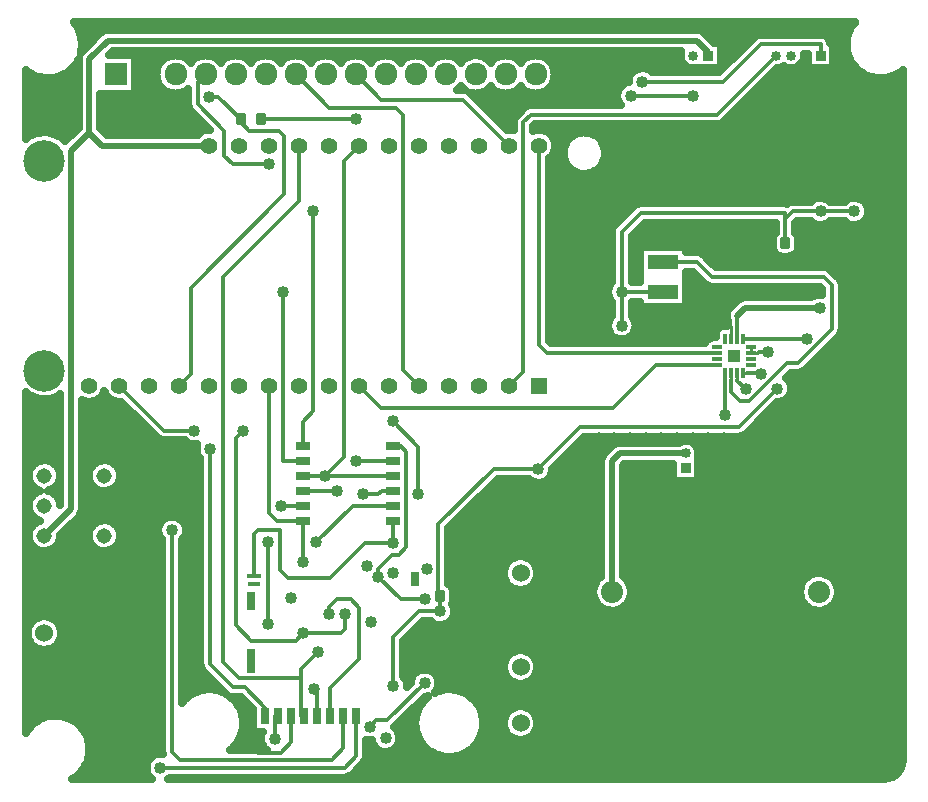
<source format=gbr>
G04 DipTrace 4.3.0.1*
G04 1 - Top.gbr*
%MOIN*%
G04 #@! TF.FileFunction,Copper,L1,Top*
G04 #@! TF.Part,Single*
%AMOUTLINE0*
4,1,28,
-0.008465,0.019094,
0.008465,0.019094,
0.010706,0.018799,
0.012795,0.017934,
0.014589,0.016558,
0.015966,0.014764,
0.016831,0.012675,
0.017126,0.010433,
0.017126,-0.010433,
0.016831,-0.012675,
0.015966,-0.014764,
0.014589,-0.016558,
0.012795,-0.017934,
0.010706,-0.018799,
0.008465,-0.019094,
-0.008465,-0.019094,
-0.010706,-0.018799,
-0.012795,-0.017934,
-0.014589,-0.016558,
-0.015966,-0.014764,
-0.016831,-0.012675,
-0.017126,-0.010433,
-0.017126,0.010433,
-0.016831,0.012675,
-0.015966,0.014764,
-0.014589,0.016558,
-0.012795,0.017934,
-0.010706,0.018799,
-0.008465,0.019094,
0*%
%AMOUTLINE3*
4,1,28,
0.008465,-0.019094,
-0.008465,-0.019094,
-0.010706,-0.018799,
-0.012795,-0.017934,
-0.014589,-0.016558,
-0.015966,-0.014764,
-0.016831,-0.012675,
-0.017126,-0.010433,
-0.017126,0.010433,
-0.016831,0.012675,
-0.015966,0.014764,
-0.014589,0.016558,
-0.012795,0.017934,
-0.010706,0.018799,
-0.008465,0.019094,
0.008465,0.019094,
0.010706,0.018799,
0.012795,0.017934,
0.014589,0.016558,
0.015966,0.014764,
0.016831,0.012675,
0.017126,0.010433,
0.017126,-0.010433,
0.016831,-0.012675,
0.015966,-0.014764,
0.014589,-0.016558,
0.012795,-0.017934,
0.010706,-0.018799,
0.008465,-0.019094,
0*%
%AMOUTLINE18*
4,1,28,
0.008465,-0.021063,
-0.008465,-0.021063,
-0.010604,-0.020781,
-0.012598,-0.019955,
-0.014311,-0.018641,
-0.015625,-0.016929,
-0.016451,-0.014935,
-0.016732,-0.012795,
-0.016732,0.012795,
-0.016451,0.014935,
-0.015625,0.016929,
-0.014311,0.018641,
-0.012598,0.019955,
-0.010604,0.020781,
-0.008465,0.021063,
0.008465,0.021063,
0.010604,0.020781,
0.012598,0.019955,
0.014311,0.018641,
0.015625,0.016929,
0.016451,0.014935,
0.016732,0.012795,
0.016732,-0.012795,
0.016451,-0.014935,
0.015625,-0.016929,
0.014311,-0.018641,
0.012598,-0.019955,
0.010604,-0.020781,
0.008465,-0.021063,
0*%
%AMOUTLINE21*
4,1,28,
-0.008465,0.021063,
0.008465,0.021063,
0.010604,0.020781,
0.012598,0.019955,
0.014311,0.018641,
0.015625,0.016929,
0.016451,0.014935,
0.016732,0.012795,
0.016732,-0.012795,
0.016451,-0.014935,
0.015625,-0.016929,
0.014311,-0.018641,
0.012598,-0.019955,
0.010604,-0.020781,
0.008465,-0.021063,
-0.008465,-0.021063,
-0.010604,-0.020781,
-0.012598,-0.019955,
-0.014311,-0.018641,
-0.015625,-0.016929,
-0.016451,-0.014935,
-0.016732,-0.012795,
-0.016732,0.012795,
-0.016451,0.014935,
-0.015625,0.016929,
-0.014311,0.018641,
-0.012598,0.019955,
-0.010604,0.020781,
-0.008465,0.021063,
0*%
%AMOUTLINE27*
4,1,28,
0.015154,-0.005315,
-0.015154,-0.005315,
-0.015511,-0.005268,
-0.015844,-0.00513,
-0.016131,-0.00491,
-0.01635,-0.004624,
-0.016488,-0.004291,
-0.016535,-0.003933,
-0.016535,0.003933,
-0.016488,0.004291,
-0.01635,0.004624,
-0.016131,0.00491,
-0.015844,0.00513,
-0.015511,0.005268,
-0.015154,0.005315,
0.015154,0.005315,
0.015511,0.005268,
0.015844,0.00513,
0.016131,0.00491,
0.01635,0.004624,
0.016488,0.004291,
0.016535,0.003933,
0.016535,-0.003933,
0.016488,-0.004291,
0.01635,-0.004624,
0.016131,-0.00491,
0.015844,-0.00513,
0.015511,-0.005268,
0.015154,-0.005315,
0*%
%AMOUTLINE30*
4,1,28,
-0.005315,-0.015154,
-0.005315,0.015154,
-0.005268,0.015511,
-0.00513,0.015844,
-0.00491,0.016131,
-0.004624,0.01635,
-0.004291,0.016488,
-0.003933,0.016535,
0.003933,0.016535,
0.004291,0.016488,
0.004624,0.01635,
0.00491,0.016131,
0.00513,0.015844,
0.005268,0.015511,
0.005315,0.015154,
0.005315,-0.015154,
0.005268,-0.015511,
0.00513,-0.015844,
0.00491,-0.016131,
0.004624,-0.01635,
0.004291,-0.016488,
0.003933,-0.016535,
-0.003933,-0.016535,
-0.004291,-0.016488,
-0.004624,-0.01635,
-0.00491,-0.016131,
-0.00513,-0.015844,
-0.005268,-0.015511,
-0.005315,-0.015154,
0*%
G04 #@! TA.AperFunction,Conductor*
%ADD14C,0.012992*%
%ADD15C,0.01063*%
%ADD16C,0.02*%
%ADD17C,0.013*%
G04 #@! TA.AperFunction,CopperBalancing*
%ADD18C,0.025*%
G04 #@! TA.AperFunction,ComponentPad*
%ADD20C,0.06*%
%ADD23R,0.033465X0.033465*%
%ADD24C,0.033465*%
%ADD25R,0.1X0.05*%
%ADD26R,0.031496X0.055118*%
%ADD27R,0.045276X0.017717*%
%ADD28R,0.05315X0.070866*%
%ADD29R,0.043307X0.017717*%
%ADD30R,0.025591X0.084252*%
%ADD31R,0.025591X0.062992*%
%ADD32R,0.025591X0.051181*%
%ADD33R,0.023622X0.045276*%
%ADD34R,0.045669X0.059055*%
G04 #@! TA.AperFunction,ComponentPad*
%ADD35C,0.073819*%
%ADD36C,0.03937*%
%ADD38R,0.075591X0.075591*%
%ADD39C,0.075591*%
%ADD42R,0.05X0.029921*%
G04 #@! TA.AperFunction,ComponentPad*
%ADD43C,0.051496*%
%ADD44C,0.055433*%
%ADD45R,0.055433X0.055433*%
%ADD46C,0.138425*%
%ADD47R,0.043307X0.043307*%
G04 #@! TA.AperFunction,ViaPad*
%ADD48C,0.04*%
%ADD113OUTLINE0*%
%ADD116OUTLINE3*%
%ADD131OUTLINE18*%
%ADD134OUTLINE21*%
%ADD140OUTLINE27*%
%ADD143OUTLINE30*%
%FSLAX26Y26*%
G04*
G70*
G90*
G75*
G01*
G04 Top*
%LPD*%
X2140684Y1466200D2*
D14*
X2280684Y1606200D1*
X2809180D1*
X2937196Y1734216D1*
X2418700Y1943700D2*
Y2256200D1*
X2481200Y2318700D1*
X2964172D1*
Y2218700D1*
X1814172Y991613D2*
Y1043700D1*
X2418700Y2056200D2*
X2556200D1*
X3081200Y2324330D2*
X3193700D1*
X2964172Y2218700D2*
Y2298346D1*
X2990157Y2324330D1*
X3081200D1*
Y2843700D2*
Y2881200D1*
X2882468D1*
X2757468Y2756200D1*
X2486983D1*
X2850196Y1873228D2*
D15*
Y1853543D1*
X2906200Y1856200D2*
D14*
X2875885D1*
X2873228Y1853543D1*
D15*
X2850196D1*
X1496259Y982657D2*
D14*
Y933759D1*
X1481200Y918700D1*
X1356200D1*
X1656200Y743700D2*
Y906200D1*
X1741613Y991613D1*
X1814172D1*
X2140684Y1466200D2*
X1991200D1*
X1806200Y1281200D1*
Y1051672D1*
X1814172Y1043700D1*
X1356200Y918700D2*
X1331200Y893700D1*
X1183760D1*
X1131200Y946260D1*
Y1568700D1*
X1156200Y1593700D1*
X993700D2*
X893700D1*
X743700Y1743700D1*
X1403641Y644192D2*
Y721259D1*
X1393700Y731200D1*
X1469137Y1393700D2*
X1356200D1*
X1390905Y2327539D2*
Y1658224D1*
X1356200Y1623519D1*
Y1543700D1*
X1283188Y1343700D2*
X1356200D1*
Y1155731D2*
Y1293700D1*
X1269684D1*
X1243700Y1319684D1*
Y1743700D1*
X2718700Y2006200D2*
D15*
X2781200Y1943700D1*
Y1902854D1*
X2783857Y1900196D1*
X2803543Y1787204D2*
Y1764172D1*
D14*
Y1758857D1*
X2831200Y1731200D1*
X1043700Y2706200D2*
X1072932D1*
X1147932Y2631200D1*
Y2621260D1*
X1175493Y2593700D1*
X1275493D1*
X1293700Y2575493D1*
Y2381200D1*
X981200Y2068700D1*
Y1781200D1*
X943700Y1743700D1*
X1195373Y563483D2*
Y529527D1*
X1206200Y518700D1*
X1281200D1*
X1317027Y554527D1*
Y644192D1*
X1243700Y2481200D2*
X1121260D1*
X1093700Y2508760D1*
Y2593700D1*
X1006200Y2681200D1*
Y2756200D1*
X1031200Y2781200D1*
X2631200Y1517913D2*
D16*
X2412696D1*
X2386712Y1491928D1*
Y1056200D1*
X2823228Y1900196D2*
D17*
X3036200D1*
X2656987Y2710417D2*
D14*
X2449511D1*
X493700Y1243700D2*
D16*
X582401Y1332401D1*
Y2525373D1*
X643700Y2586672D1*
Y2831200D1*
X706200Y2893700D1*
X2668700D1*
X2706200Y2856200D1*
Y2843700D1*
X643700Y2586672D2*
X686672Y2543700D1*
X1043700D1*
X1606200Y1106200D2*
D14*
Y1131200D1*
X1653842Y1178842D1*
X1674704D1*
X1700688Y1204826D1*
Y1524212D1*
X1681200Y1543700D1*
X1656200D1*
X1261220Y566712D2*
Y644192D1*
X1273720D1*
X1761180Y751692D2*
X1637145Y627657D1*
X1598464D1*
X1578212Y607405D1*
X1606200Y1106200D2*
X1681298Y1031102D1*
X1761180D1*
X1531204Y1493700D2*
X1656200D1*
X1443267Y982657D2*
Y1005767D1*
X1468700Y1031200D1*
X1516140D1*
X1543700Y1003640D1*
Y831200D1*
X1446948Y734448D1*
Y644192D1*
X1240550Y1222228D2*
Y949184D1*
X1400688Y1222228D2*
X1522161Y1343700D1*
X1656200D1*
X880196Y470023D2*
X1495078D1*
X1533562Y508507D1*
Y644192D1*
X1556200Y1381200D2*
X1606200D1*
X1618700Y1393700D1*
X1656200D1*
X1046692Y1533192D2*
Y815708D1*
X1124212Y738188D1*
X1161712D1*
X1230413Y669487D1*
Y644192D1*
X1740176Y1381200D2*
Y1540842D1*
X1656373Y1624645D1*
X1656200Y1218330D2*
Y1293700D1*
Y1218330D2*
X1561684D1*
X1447570Y1104216D1*
X1306023D1*
X1280039Y1130200D1*
Y1261720D1*
X1205905D1*
X1192420Y1248235D1*
Y1109743D1*
X2933562Y2843700D2*
X2737096Y2647234D1*
X2116889D1*
X2090905Y2621250D1*
Y1790905D1*
X2043700Y1743700D1*
X1331200Y2781200D2*
X1441712Y2670688D1*
X1664920D1*
X1690905Y2644704D1*
Y1796495D1*
X1743700Y1743700D1*
X2764172Y1644527D2*
Y1787204D1*
X1543700Y1743700D2*
X1616889Y1670511D1*
X2389930D1*
X2533591Y1814172D1*
X2737204D1*
X2823228Y1787204D2*
D15*
X2835039D1*
D14*
X2875196D1*
X2881200Y1781200D1*
X2143700Y2543700D2*
Y1879527D1*
X2169684Y1853543D1*
X2737204D1*
X2556200Y2156200D2*
X2668700D1*
X2718700Y2106200D1*
X3091140D1*
X3118700Y2078640D1*
Y1931200D1*
X3006200Y1818700D1*
X2968700D1*
X2843700Y1693700D1*
X2811466D1*
X2783857Y1721309D1*
Y1764172D1*
D15*
Y1787204D1*
X3079098Y2001731D2*
D16*
X2829528D1*
X2803543Y1975746D1*
D17*
Y1900196D1*
X1531200Y2781200D2*
D14*
X1615728Y2696672D1*
X1890728D1*
X2043700Y2543700D1*
X1531200Y2631200D2*
X1214468D1*
X1406200Y856200D2*
X1347834Y797834D1*
Y768700D1*
X1143700D1*
X1090905Y821495D1*
Y2105393D1*
X1343700Y2358188D1*
Y2543700D1*
X1347834Y768700D2*
Y644192D1*
X1360334D1*
X1656200Y1443700D2*
X1429649D1*
X1356200D1*
X1429649D2*
X1491716Y1505767D1*
Y2491716D1*
X1543700Y2543700D1*
X919684Y1261720D2*
Y522854D1*
X945669Y496869D1*
X1451771D1*
X1490255Y535354D1*
Y644192D1*
X1290905Y2055995D2*
Y1493700D1*
X1356200D1*
D48*
X2418700Y2056200D3*
X2718700Y2006200D3*
X2906200Y1856200D3*
X2881200Y1781200D3*
X2831200Y1731200D3*
X2431200Y2493700D3*
X1043700Y2706200D3*
X1356200Y918700D3*
X1393700Y731200D3*
X1656200Y743700D3*
X1156200Y1593700D3*
X993700D3*
X1768700Y1131200D3*
X1906200Y1143700D3*
X1568700D3*
X1656200Y1118700D3*
X2937196Y1734216D3*
X2140684Y1466200D3*
X2418700Y1943700D3*
X3081200Y2324330D3*
X3193700D3*
X1496259Y982657D3*
X1814172Y991613D3*
X1469137Y1393700D3*
X1390905Y2327539D3*
X1283188Y1343700D3*
X1356200Y1155731D3*
X1243700Y2481200D3*
X3036200Y1900196D3*
X1606200Y1106200D3*
X1531204Y1493700D3*
X1443267Y982657D3*
X1240550Y949184D3*
Y1222228D3*
X1400688D3*
X1556200Y1381200D3*
X1581200Y956200D3*
X1631200Y568700D3*
X1656200Y1218330D3*
X2764172Y1644527D3*
X3079098Y2001731D3*
X1531200Y2631200D3*
X1406200Y856200D3*
X1316716Y1036456D3*
X1429649Y1443700D3*
X2486983Y2756200D3*
X1290905Y2055995D3*
X2449511Y2710417D3*
X2656987D3*
X1261220Y566712D3*
X1578212Y607405D3*
X1761180Y751692D3*
Y1031102D3*
X880196Y470023D3*
X1046692Y1533192D3*
X1656373Y1624645D3*
X1740176Y1381200D3*
X919684Y1261720D3*
X610344Y2930331D2*
D18*
X3177056D1*
X618956Y2905462D2*
X664661D1*
X2710251D2*
X2858458D1*
X3105210D2*
X3168444D1*
X621594Y2880594D2*
X639793D1*
X2751356D2*
X2833519D1*
X3126364D2*
X3165806D1*
X721531Y2855725D2*
X2613567D1*
X2751356D2*
X2808633D1*
X3126364D2*
X3168713D1*
X797426Y2830856D2*
X888757D1*
X973654D2*
X988767D1*
X1073627D2*
X1088776D1*
X1173636D2*
X1188767D1*
X1273627D2*
X1288776D1*
X1373637D2*
X1388768D1*
X1473628D2*
X1488759D1*
X1573637D2*
X1588750D1*
X1673646D2*
X1688759D1*
X1773638D2*
X1788751D1*
X1873647D2*
X1888760D1*
X1973638D2*
X1988751D1*
X2073647D2*
X2088761D1*
X2173639D2*
X2613818D1*
X2751356D2*
X2783765D1*
X3126364D2*
X3177648D1*
X797426Y2805987D2*
X869990D1*
X2192406D2*
X2634559D1*
X3005219D2*
X3036049D1*
X3126364D2*
X3194514D1*
X434709Y2781119D2*
X451455D1*
X560932D2*
X605272D1*
X797426D2*
X864966D1*
X2197430D2*
X2445898D1*
X2919330D2*
X3226469D1*
X3335945D2*
X3352691D1*
X434709Y2756250D2*
X605272D1*
X797426D2*
X870062D1*
X2192334D2*
X2438560D1*
X2894462D2*
X3352691D1*
X434709Y2731381D2*
X605272D1*
X797426D2*
X888955D1*
X1873450D2*
X1888957D1*
X1973441D2*
X1988967D1*
X2073450D2*
X2088958D1*
X2173441D2*
X2406156D1*
X2869595D2*
X3352691D1*
X434709Y2706512D2*
X605272D1*
X682130D2*
X971273D1*
X1929232D2*
X2401258D1*
X2844727D2*
X3352691D1*
X434709Y2681644D2*
X605272D1*
X682130D2*
X971273D1*
X1954099D2*
X2411216D1*
X2819859D2*
X3352691D1*
X434709Y2656775D2*
X605272D1*
X682130D2*
X982272D1*
X1978985D2*
X2078085D1*
X2794991D2*
X3352691D1*
X434709Y2631906D2*
X605272D1*
X682130D2*
X1007139D1*
X2003853D2*
X2057792D1*
X2770124D2*
X3352691D1*
X434709Y2607037D2*
X605272D1*
X682130D2*
X1032007D1*
X2028720D2*
X2055980D1*
X2125823D2*
X3352691D1*
X434709Y2582169D2*
X456192D1*
X531219D2*
X585895D1*
X701508D2*
X1003820D1*
X2183579D2*
X2263516D1*
X2323868D2*
X3352691D1*
X2198094Y2557300D2*
X2233715D1*
X2353688D2*
X3352691D1*
X2198650Y2532431D2*
X2223326D1*
X2364058D2*
X3352691D1*
X2185839Y2507562D2*
X2222860D1*
X2364543D2*
X3352691D1*
X2178627Y2482693D2*
X2232064D1*
X2355338D2*
X3352691D1*
X2178627Y2457825D2*
X2258206D1*
X2329197D2*
X3352691D1*
X2178627Y2432956D2*
X3352691D1*
X2178627Y2408087D2*
X3352691D1*
X2178627Y2383218D2*
X3352691D1*
X2178627Y2358350D2*
X3047855D1*
X3114558D2*
X3160352D1*
X3227055D2*
X3352691D1*
X2178627Y2333481D2*
X2447638D1*
X3241211D2*
X3352709D1*
X2178627Y2308612D2*
X2422753D1*
X3239345D2*
X3352709D1*
X2178627Y2283743D2*
X2397885D1*
X2494587D2*
X2929258D1*
X2999101D2*
X3057203D1*
X3105192D2*
X3169700D1*
X3217689D2*
X3352709D1*
X2178627Y2258875D2*
X2383890D1*
X2469719D2*
X2929258D1*
X2999101D2*
X3352709D1*
X2178627Y2234006D2*
X2383782D1*
X2453625D2*
X2918959D1*
X3009381D2*
X3352709D1*
X2178627Y2209137D2*
X2383782D1*
X2453625D2*
X2918618D1*
X3009722D2*
X3352709D1*
X2178627Y2184268D2*
X2383782D1*
X2453625D2*
X2477781D1*
X2687428D2*
X2928307D1*
X3000052D2*
X3352709D1*
X2178627Y2159399D2*
X2383782D1*
X2453625D2*
X2477781D1*
X2713857D2*
X3352709D1*
X2178627Y2134531D2*
X2383782D1*
X2453625D2*
X2477781D1*
X3109409D2*
X3352709D1*
X2178627Y2109662D2*
X2383782D1*
X2453625D2*
X2477781D1*
X2634625D2*
X2666891D1*
X3136035D2*
X3352709D1*
X2178627Y2084793D2*
X2380266D1*
X2634625D2*
X2691758D1*
X3153026D2*
X3352709D1*
X2178627Y2059924D2*
X2370433D1*
X2634625D2*
X3083775D1*
X3153618D2*
X3352709D1*
X2178627Y2035056D2*
X2375439D1*
X2634625D2*
X2813603D1*
X3153618D2*
X3352709D1*
X2178627Y2010187D2*
X2383782D1*
X2453625D2*
X2477781D1*
X2634625D2*
X2784680D1*
X3153618D2*
X3352709D1*
X2178627Y1985318D2*
X2383782D1*
X2453625D2*
X2766415D1*
X3153618D2*
X3352709D1*
X2178627Y1960449D2*
X2373430D1*
X2463960D2*
X2768533D1*
X3153618D2*
X3352709D1*
X2178627Y1935581D2*
X2370990D1*
X2466400D2*
X2739395D1*
X3153618D2*
X3352709D1*
X2178627Y1910712D2*
X2384249D1*
X2453159D2*
X2730424D1*
X3146333D2*
X3352709D1*
X3121699Y1885843D2*
X3352709D1*
X3096831Y1860974D2*
X3352709D1*
X3071963Y1836106D2*
X3352709D1*
X3047096Y1811237D2*
X3352709D1*
X3011104Y1786368D2*
X3352709D1*
X2976637Y1761499D2*
X3352709D1*
X2985554Y1736630D2*
X3352709D1*
X2979759Y1711762D2*
X3352709D1*
X434709Y1686893D2*
X543982D1*
X620822D2*
X752164D1*
X2938223D2*
X3352709D1*
X434709Y1662024D2*
X543982D1*
X620822D2*
X777032D1*
X2913355D2*
X3352709D1*
X434709Y1637155D2*
X543982D1*
X620822D2*
X801900D1*
X2888488D2*
X3352709D1*
X434709Y1612287D2*
X543982D1*
X620822D2*
X826767D1*
X2863620D2*
X3352709D1*
X434709Y1587418D2*
X543982D1*
X620822D2*
X851635D1*
X2838752D2*
X3352709D1*
X434709Y1562549D2*
X543982D1*
X620822D2*
X882209D1*
X2285382D2*
X3352709D1*
X434709Y1537680D2*
X543982D1*
X620822D2*
X998491D1*
X2260514D2*
X2379153D1*
X2671496D2*
X3352709D1*
X434709Y1512812D2*
X543982D1*
X620822D2*
X1003031D1*
X2235647D2*
X2354985D1*
X2676053D2*
X3352709D1*
X434709Y1487943D2*
X464499D1*
X522894D2*
X543982D1*
X620822D2*
X664481D1*
X722913D2*
X1011768D1*
X2210779D2*
X2348293D1*
X2676358D2*
X3352709D1*
X620822Y1463074D2*
X643292D1*
X744120D2*
X1011768D1*
X2188997D2*
X2348293D1*
X2425133D2*
X2586044D1*
X2676358D2*
X3352709D1*
X620822Y1438205D2*
X639811D1*
X747583D2*
X1011768D1*
X2179595D2*
X2348293D1*
X2425133D2*
X2586044D1*
X2676358D2*
X3352709D1*
X434709Y1413336D2*
X449391D1*
X620822D2*
X649374D1*
X738020D2*
X1011768D1*
X1986682D2*
X2348293D1*
X2425133D2*
X3352709D1*
X434709Y1388468D2*
X465378D1*
X522015D2*
X543982D1*
X620822D2*
X1011768D1*
X1961814D2*
X2348293D1*
X2425133D2*
X3352709D1*
X620822Y1363599D2*
X1011768D1*
X1936947D2*
X2348293D1*
X2425133D2*
X3352709D1*
X620822Y1338730D2*
X1011768D1*
X1912079D2*
X2348293D1*
X2425133D2*
X3352709D1*
X434709Y1313861D2*
X448997D1*
X615673D2*
X1011768D1*
X1887211D2*
X2348293D1*
X2425133D2*
X3352709D1*
X434709Y1288993D2*
X466329D1*
X592294D2*
X666311D1*
X721083D2*
X880235D1*
X959138D2*
X1011768D1*
X1862343D2*
X2348293D1*
X2425133D2*
X3352709D1*
X567427Y1264124D2*
X643722D1*
X743672D2*
X871318D1*
X968056D2*
X1011768D1*
X1841118D2*
X2348293D1*
X2425133D2*
X3352709D1*
X547690Y1239255D2*
X639703D1*
X747691D2*
X877131D1*
X962242D2*
X1011768D1*
X1841118D2*
X2348293D1*
X2425133D2*
X3352709D1*
X434709Y1214386D2*
X448638D1*
X538755D2*
X648638D1*
X738756D2*
X884756D1*
X954599D2*
X1011768D1*
X1841118D2*
X2348293D1*
X2425133D2*
X3352709D1*
X434709Y1189518D2*
X884756D1*
X954599D2*
X1011768D1*
X1841118D2*
X2348293D1*
X2425133D2*
X3352709D1*
X434709Y1164649D2*
X884756D1*
X954599D2*
X1011768D1*
X1841118D2*
X2046812D1*
X2115578D2*
X2348293D1*
X2425133D2*
X3352709D1*
X434709Y1139780D2*
X884756D1*
X954599D2*
X1011768D1*
X1841118D2*
X2026896D1*
X2135494D2*
X2348293D1*
X2425133D2*
X3352709D1*
X434709Y1114911D2*
X884756D1*
X954599D2*
X1011768D1*
X1841118D2*
X2022895D1*
X2139495D2*
X2348293D1*
X2425133D2*
X3050798D1*
X3100581D2*
X3352709D1*
X434709Y1090043D2*
X884756D1*
X954599D2*
X1011768D1*
X1841118D2*
X2030682D1*
X2131726D2*
X2331266D1*
X2442160D2*
X3020242D1*
X3131136D2*
X3352709D1*
X434709Y1065174D2*
X884756D1*
X954599D2*
X1011768D1*
X1857912D2*
X2062493D1*
X2099897D2*
X2322026D1*
X2451400D2*
X3011002D1*
X3140377D2*
X3352709D1*
X434709Y1040305D2*
X884756D1*
X954599D2*
X1011768D1*
X1859724D2*
X2323425D1*
X2450001D2*
X3012402D1*
X3138977D2*
X3352709D1*
X434709Y1015436D2*
X884756D1*
X954599D2*
X1011768D1*
X1855938D2*
X2336397D1*
X2437029D2*
X3025374D1*
X3126005D2*
X3352709D1*
X434709Y990567D2*
X884756D1*
X954599D2*
X1011768D1*
X1862595D2*
X3352709D1*
X434709Y965699D2*
X460892D1*
X526519D2*
X884756D1*
X954599D2*
X1011768D1*
X1854592D2*
X3352709D1*
X547565Y940830D2*
X884756D1*
X954599D2*
X1011768D1*
X1739189D2*
X3352709D1*
X552050Y915961D2*
X884756D1*
X954599D2*
X1011768D1*
X1714321D2*
X3352709D1*
X544838Y891092D2*
X884756D1*
X954599D2*
X1011768D1*
X1691122D2*
X3352709D1*
X434709Y866224D2*
X471855D1*
X515538D2*
X884756D1*
X954599D2*
X1011768D1*
X1691122D2*
X3352709D1*
X434709Y841355D2*
X884756D1*
X954599D2*
X1011768D1*
X1691122D2*
X2035203D1*
X2127187D2*
X3352709D1*
X434709Y816486D2*
X884756D1*
X954599D2*
X1011768D1*
X1691122D2*
X2023720D1*
X2138670D2*
X3352709D1*
X434709Y791617D2*
X884756D1*
X954599D2*
X1022426D1*
X1691122D2*
X1735983D1*
X1786377D2*
X2024707D1*
X2137683D2*
X3352709D1*
X434709Y766749D2*
X884756D1*
X954599D2*
X1047294D1*
X1698424D2*
X1715296D1*
X1807064D2*
X2039061D1*
X2123347D2*
X3352709D1*
X434709Y741880D2*
X884756D1*
X954599D2*
X1072162D1*
X1808553D2*
X3352709D1*
X434709Y717011D2*
X884756D1*
X954599D2*
X985699D1*
X1901690D2*
X3352709D1*
X434709Y692142D2*
X884756D1*
X1131939D2*
X1159414D1*
X1931941D2*
X3352709D1*
X434709Y667273D2*
X884756D1*
X1148105D2*
X1184282D1*
X1725104D2*
X1739284D1*
X1948107D2*
X2050974D1*
X2111416D2*
X3352709D1*
X434709Y642405D2*
X509246D1*
X553163D2*
X884756D1*
X1156573D2*
X1186237D1*
X1700237D2*
X1730816D1*
X1956575D2*
X2028044D1*
X2134346D2*
X3352709D1*
X434709Y617536D2*
X455958D1*
X606433D2*
X884756D1*
X1159085D2*
X1186237D1*
X1675369D2*
X1728304D1*
X1959087D2*
X2022787D1*
X2139620D2*
X3352709D1*
X628394Y592667D2*
X884756D1*
X1156053D2*
X1186237D1*
X1672875D2*
X1731354D1*
X1956055D2*
X2029211D1*
X2133197D2*
X3352709D1*
X640505Y567798D2*
X884756D1*
X1146974D2*
X1212810D1*
X1679621D2*
X1740433D1*
X1946958D2*
X2055532D1*
X2106858D2*
X3352709D1*
X645977Y542930D2*
X884756D1*
X1129893D2*
X1219430D1*
X1568488D2*
X1590688D1*
X1671709D2*
X1757514D1*
X1929895D2*
X3352709D1*
X645834Y518061D2*
X885115D1*
X1568488D2*
X1790043D1*
X1897348D2*
X3352709D1*
X640002Y493192D2*
X838035D1*
X1564630D2*
X3352297D1*
X627461Y468323D2*
X831809D1*
X1541736D2*
X3346340D1*
X604728Y443455D2*
X840242D1*
X1516169D2*
X3325348D1*
X548873Y909555D2*
X546615Y900599D1*
X542914Y892136D1*
X537870Y884398D1*
X531622Y877595D1*
X524339Y871914D1*
X516221Y867509D1*
X507488Y864501D1*
X498379Y862971D1*
X489142Y862961D1*
X480030Y864471D1*
X471291Y867461D1*
X463163Y871848D1*
X455867Y877513D1*
X449604Y884302D1*
X444544Y892029D1*
X440824Y900484D1*
X438547Y909435D1*
X437775Y918639D1*
X438527Y927845D1*
X440785Y936801D1*
X444486Y945264D1*
X449530Y953002D1*
X455778Y959805D1*
X463061Y965486D1*
X471179Y969891D1*
X479912Y972899D1*
X489021Y974429D1*
X498258Y974439D1*
X507370Y972929D1*
X516109Y969939D1*
X524237Y965552D1*
X531533Y959887D1*
X537796Y953098D1*
X542856Y945371D1*
X546576Y936916D1*
X548853Y927965D1*
X549625Y918700D1*
X548873Y909555D1*
X2136373Y1109555D2*
X2134115Y1100599D1*
X2130414Y1092136D1*
X2125370Y1084398D1*
X2119122Y1077595D1*
X2111839Y1071914D1*
X2103721Y1067509D1*
X2094988Y1064501D1*
X2085879Y1062971D1*
X2076642Y1062961D1*
X2067530Y1064471D1*
X2058791Y1067461D1*
X2050663Y1071848D1*
X2043367Y1077513D1*
X2037104Y1084302D1*
X2032044Y1092029D1*
X2028324Y1100484D1*
X2026047Y1109435D1*
X2025275Y1118639D1*
X2026027Y1127845D1*
X2028285Y1136801D1*
X2031986Y1145264D1*
X2037030Y1153002D1*
X2043278Y1159805D1*
X2050561Y1165486D1*
X2058679Y1169891D1*
X2067412Y1172899D1*
X2076521Y1174429D1*
X2085758Y1174439D1*
X2094870Y1172929D1*
X2103609Y1169939D1*
X2111737Y1165552D1*
X2119033Y1159887D1*
X2125296Y1153098D1*
X2130356Y1145371D1*
X2134076Y1136916D1*
X2136353Y1127965D1*
X2137125Y1118700D1*
X2136373Y1109555D1*
X1156220Y609524D2*
X1155098Y600383D1*
X1153234Y591364D1*
X1150642Y582527D1*
X1147337Y573930D1*
X1143343Y565632D1*
X1138686Y557687D1*
X1133397Y550147D1*
X1127511Y543064D1*
X1121067Y536485D1*
X1114108Y530452D1*
X1112520Y529288D1*
X1234594Y529291D1*
X1233205Y530321D1*
X1226453Y536705D1*
X1221124Y544318D1*
X1217437Y552847D1*
X1215542Y561944D1*
X1215518Y571237D1*
X1217364Y580344D1*
X1221006Y588893D1*
X1222261Y590706D1*
X1188739Y590707D1*
Y665302D1*
X1148280Y705769D1*
X1124212Y705767D1*
X1115148Y707059D1*
X1113398Y707623D1*
X1113967Y707060D1*
X1117503Y704129D1*
X1120917Y701056D1*
X1124203Y697847D1*
X1127355Y694507D1*
X1130370Y691042D1*
X1135978Y683737D1*
X1140972Y675999D1*
X1145319Y667880D1*
X1148989Y659433D1*
X1151959Y650716D1*
X1154208Y641785D1*
X1155722Y632701D1*
X1156491Y623523D1*
X1156594Y618700D1*
X1156220Y609524D1*
X607790Y2832176D2*
X605843Y2828132D1*
X601186Y2820187D1*
X595897Y2812647D1*
X590011Y2805564D1*
X583567Y2798985D1*
X576608Y2792952D1*
X569181Y2787507D1*
X561334Y2782685D1*
X553121Y2778519D1*
X544596Y2775036D1*
X535814Y2772260D1*
X526836Y2770208D1*
X517721Y2768896D1*
X508529Y2768330D1*
X499321Y2768516D1*
X490159Y2769452D1*
X481104Y2771131D1*
X472216Y2773543D1*
X463554Y2776671D1*
X455176Y2780495D1*
X447137Y2784989D1*
X439491Y2790123D1*
X432205Y2795944D1*
X432201Y2566305D1*
X435922Y2569294D1*
X443488Y2574518D1*
X451522Y2578987D1*
X459951Y2582659D1*
X468694Y2585501D1*
X477671Y2587486D1*
X486797Y2588595D1*
X495988Y2588818D1*
X505158Y2588154D1*
X514220Y2586607D1*
X523091Y2584193D1*
X531688Y2580933D1*
X539930Y2576860D1*
X547740Y2572010D1*
X555046Y2566429D1*
X561779Y2560168D1*
X563940Y2557729D1*
X607779Y2601558D1*
X607774Y2831182D1*
X607790Y2832176D1*
X2136373Y797055D2*
X2134115Y788099D1*
X2130414Y779636D1*
X2125370Y771898D1*
X2119122Y765095D1*
X2111839Y759414D1*
X2103721Y755009D1*
X2094988Y752001D1*
X2085879Y750471D1*
X2076642Y750461D1*
X2067530Y751971D1*
X2058791Y754961D1*
X2050663Y759348D1*
X2043367Y765013D1*
X2037104Y771802D1*
X2032044Y779529D1*
X2028324Y787984D1*
X2026047Y796935D1*
X2025275Y806139D1*
X2026027Y815345D1*
X2028285Y824301D1*
X2031986Y832764D1*
X2037030Y840502D1*
X2043278Y847305D1*
X2050561Y852986D1*
X2058679Y857391D1*
X2067412Y860399D1*
X2076521Y861929D1*
X2085758Y861939D1*
X2094870Y860429D1*
X2103609Y857439D1*
X2111737Y853052D1*
X2119033Y847387D1*
X2125296Y840598D1*
X2130356Y832871D1*
X2134076Y824416D1*
X2136353Y815465D1*
X2137125Y806200D1*
X2136373Y797055D1*
Y609555D2*
X2134115Y600599D1*
X2130414Y592136D1*
X2125370Y584398D1*
X2119122Y577595D1*
X2111839Y571914D1*
X2103721Y567509D1*
X2094988Y564501D1*
X2085879Y562971D1*
X2076642Y562961D1*
X2067530Y564471D1*
X2058791Y567461D1*
X2050663Y571848D1*
X2043367Y577513D1*
X2037104Y584302D1*
X2032044Y592029D1*
X2028324Y600484D1*
X2026047Y609435D1*
X2025275Y618639D1*
X2026027Y627845D1*
X2028285Y636801D1*
X2031986Y645264D1*
X2037030Y653002D1*
X2043278Y659805D1*
X2050561Y665486D1*
X2058679Y669891D1*
X2067412Y672899D1*
X2076521Y674429D1*
X2085758Y674439D1*
X2094870Y672929D1*
X2103609Y669939D1*
X2111737Y665552D1*
X2119033Y659887D1*
X2125296Y653098D1*
X2130356Y645371D1*
X2134076Y636916D1*
X2136353Y627965D1*
X2137125Y618700D1*
X2136373Y609555D1*
X2673350Y1511358D2*
X2673858D1*
Y1426042D1*
X2588542D1*
Y1481995D1*
X2502673Y1481987D1*
X2427576D1*
X2422640Y1477050D1*
X2422637Y1107744D1*
X2426909Y1104495D1*
X2433513Y1098127D1*
X2439119Y1090866D1*
X2443608Y1082866D1*
X2446884Y1074298D1*
X2448878Y1065344D1*
X2449547Y1056200D1*
X2448876Y1047046D1*
X2446881Y1038093D1*
X2443604Y1029525D1*
X2439113Y1021526D1*
X2433506Y1014265D1*
X2426902Y1007899D1*
X2419441Y1002562D1*
X2411282Y998368D1*
X2402600Y995407D1*
X2393579Y993742D1*
X2384412Y993407D1*
X2375294Y994411D1*
X2366419Y996732D1*
X2357977Y1000321D1*
X2350147Y1005100D1*
X2343096Y1010968D1*
X2336975Y1017801D1*
X2331914Y1025452D1*
X2328021Y1033758D1*
X2325379Y1042543D1*
X2324044Y1051618D1*
X2324045Y1060792D1*
X2325381Y1069867D1*
X2328025Y1078651D1*
X2331919Y1086957D1*
X2336981Y1094607D1*
X2343103Y1101438D1*
X2350155Y1107306D1*
X2350789Y1107693D1*
X2350786Y1491928D1*
X2351954Y1501015D1*
X2355383Y1509511D1*
X2360855Y1516868D1*
X2387293Y1543316D1*
X2394544Y1548915D1*
X2402976Y1552498D1*
X2412048Y1553831D1*
X2608192Y1553838D1*
X2615359Y1557520D1*
X2624244Y1559999D1*
X2633454Y1560511D1*
X2642558Y1559030D1*
X2651132Y1555627D1*
X2658773Y1550461D1*
X2665126Y1543772D1*
X2669892Y1535875D1*
X2672848Y1527137D1*
X2673858Y1517913D1*
X2673149Y1511352D1*
X3137853Y1047046D2*
X3135858Y1038093D1*
X3132580Y1029525D1*
X3128090Y1021526D1*
X3122483Y1014265D1*
X3115878Y1007899D1*
X3108417Y1002562D1*
X3100259Y998368D1*
X3091577Y995407D1*
X3082556Y993742D1*
X3073388Y993407D1*
X3064270Y994411D1*
X3055395Y996732D1*
X3046953Y1000321D1*
X3039123Y1005100D1*
X3032073Y1010968D1*
X3025952Y1017801D1*
X3020891Y1025452D1*
X3016998Y1033758D1*
X3014355Y1042543D1*
X3013021Y1051618D1*
Y1060792D1*
X3014358Y1069867D1*
X3017001Y1078651D1*
X3020895Y1086957D1*
X3025958Y1094607D1*
X3032080Y1101438D1*
X3039131Y1107306D1*
X3046962Y1112084D1*
X3055405Y1115671D1*
X3064280Y1117991D1*
X3073398Y1118993D1*
X3082565Y1118657D1*
X3091586Y1116991D1*
X3100268Y1114028D1*
X3108426Y1109833D1*
X3115886Y1104495D1*
X3122489Y1098127D1*
X3128095Y1090866D1*
X3132584Y1082866D1*
X3135860Y1074298D1*
X3137854Y1065344D1*
X3138523Y1056200D1*
X3137853Y1047046D1*
X1894895Y2728824D2*
X1893436Y2729866D1*
X1891972Y2730976D1*
X1890541Y2732127D1*
X1889143Y2733320D1*
X1887780Y2734552D1*
X1886454Y2735823D1*
X1881243Y2741752D1*
X1881114Y2741809D1*
X1879307Y2739402D1*
X1872868Y2732981D1*
X1867667Y2729098D1*
X1890702Y2729094D1*
X1894895Y2728824D1*
X744567Y1234562D2*
X742118Y1225626D1*
X738113Y1217271D1*
X732680Y1209766D1*
X725994Y1203351D1*
X718271Y1198233D1*
X709757Y1194576D1*
X700728Y1192499D1*
X691473Y1192067D1*
X682289Y1193294D1*
X673472Y1196142D1*
X665305Y1200518D1*
X658051Y1206282D1*
X651943Y1213249D1*
X647176Y1221194D1*
X643905Y1229863D1*
X642235Y1238976D1*
X642219Y1248242D1*
X643857Y1257361D1*
X647097Y1266041D1*
X651835Y1274004D1*
X657919Y1280992D1*
X665153Y1286781D1*
X673304Y1291186D1*
X682111Y1294065D1*
X691290Y1295325D1*
X700547Y1294926D1*
X709583Y1292880D1*
X718110Y1289254D1*
X725851Y1284163D1*
X732560Y1277772D1*
X738019Y1270286D1*
X742054Y1261945D1*
X744534Y1253018D1*
X745381Y1243700D1*
X744567Y1234562D1*
Y1434562D2*
X742118Y1425626D1*
X738113Y1417271D1*
X732680Y1409766D1*
X725994Y1403351D1*
X718271Y1398233D1*
X709757Y1394576D1*
X700728Y1392499D1*
X691473Y1392067D1*
X682289Y1393294D1*
X673472Y1396142D1*
X665305Y1400518D1*
X658051Y1406282D1*
X651943Y1413249D1*
X647176Y1421194D1*
X643905Y1429863D1*
X642235Y1438976D1*
X642219Y1448242D1*
X643857Y1457361D1*
X647097Y1466041D1*
X651835Y1474004D1*
X657919Y1480992D1*
X665153Y1486781D1*
X673304Y1491186D1*
X682111Y1494065D1*
X691290Y1495325D1*
X700547Y1494926D1*
X709583Y1492880D1*
X718110Y1489254D1*
X725851Y1484163D1*
X732560Y1477772D1*
X738019Y1470286D1*
X742054Y1461945D1*
X744534Y1453018D1*
X745381Y1443700D1*
X744567Y1434562D1*
X2362332Y2509541D2*
X2360499Y2500475D1*
X2357473Y2491734D1*
X2353310Y2483474D1*
X2348083Y2475843D1*
X2341886Y2468977D1*
X2334828Y2462998D1*
X2327037Y2458013D1*
X2318651Y2454111D1*
X2309819Y2451362D1*
X2300700Y2449814D1*
X2291456Y2449496D1*
X2282252Y2450412D1*
X2273253Y2452548D1*
X2264618Y2455863D1*
X2256502Y2460300D1*
X2249050Y2465779D1*
X2242395Y2472203D1*
X2236655Y2479456D1*
X2231933Y2487409D1*
X2228314Y2495921D1*
X2225861Y2504840D1*
X2224619Y2514005D1*
X2224610Y2523255D1*
X2225833Y2532423D1*
X2228268Y2541346D1*
X2231870Y2549866D1*
X2236576Y2557829D1*
X2242301Y2565093D1*
X2248943Y2571530D1*
X2256384Y2577025D1*
X2264491Y2581478D1*
X2273119Y2584811D1*
X2282114Y2586964D1*
X2291316Y2587899D1*
X2300561Y2587600D1*
X2309683Y2586070D1*
X2318520Y2583339D1*
X2326914Y2579454D1*
X2334716Y2574485D1*
X2341785Y2568520D1*
X2347996Y2561667D1*
X2353239Y2554046D1*
X2357419Y2545795D1*
X2360462Y2537061D1*
X2362313Y2527998D1*
X2362940Y2518700D1*
X2362332Y2509541D1*
X3113208Y2886358D2*
X3123858D1*
Y2801042D1*
X3038542D1*
Y2848777D1*
X3025132Y2848778D1*
X3025433Y2843700D1*
X3024447Y2834584D1*
X3021513Y2825839D1*
X3016768Y2817929D1*
X3010433Y2811224D1*
X3002805Y2806038D1*
X2994241Y2802612D1*
X2985140Y2801108D1*
X2975929Y2801595D1*
X2967038Y2804051D1*
X2958882Y2808361D1*
X2958243Y2808903D1*
X2953593Y2806038D1*
X2945028Y2802612D1*
X2937003Y2801286D1*
X2760035Y2624322D1*
X2755176Y2620321D1*
X2746931Y2616340D1*
X2737902Y2614823D1*
X2709603Y2614813D1*
X2130316D1*
X2123327Y2607822D1*
X2123323Y2593115D1*
X2128066Y2595013D1*
X2136963Y2596917D1*
X2146054Y2597290D1*
X2155077Y2596122D1*
X2163772Y2593445D1*
X2171891Y2589337D1*
X2179198Y2583917D1*
X2185484Y2577339D1*
X2190568Y2569794D1*
X2194303Y2561498D1*
X2196583Y2552690D1*
X2197342Y2543700D1*
X2196557Y2534558D1*
X2194252Y2525757D1*
X2190493Y2517472D1*
X2185387Y2509941D1*
X2179082Y2503382D1*
X2176129Y2501204D1*
X2176122Y2396680D1*
Y1892965D1*
X2183113Y1885965D1*
X2696189Y1885964D1*
X2696710Y1887359D1*
X2701303Y1894928D1*
X2708076Y1900631D1*
X2716317Y1903867D1*
X2722050Y1904476D1*
X2732920D1*
X2732924Y1915328D1*
X2733789Y1922171D1*
X2737361Y1930272D1*
X2743335Y1936806D1*
X2751086Y1941086D1*
X2759799Y1942661D1*
X2768086Y1942665D1*
X2769671Y1942619D1*
X2771117Y1946385D1*
Y1960281D1*
X2768393Y1968318D1*
X2767657Y1977449D1*
X2769255Y1986470D1*
X2773082Y1994794D1*
X2778139Y2001149D1*
X2804125Y2027135D1*
X2811376Y2032734D1*
X2819808Y2036317D1*
X2828880Y2037650D1*
X3022168Y2037657D1*
X3050490D1*
X3050890Y2037973D1*
X3058763Y2042910D1*
X3067468Y2046160D1*
X3076650Y2047592D1*
X3085931Y2047146D1*
X3086274Y2047058D1*
X3086278Y2065211D1*
X3077714Y2073775D1*
X2718700Y2073778D1*
X2709636Y2075071D1*
X2701288Y2078852D1*
X2695756Y2083293D1*
X2655279Y2123778D1*
X2632126Y2123775D1*
Y2005274D1*
X2480275D1*
Y2023782D1*
X2451230Y2023778D1*
X2451122Y2023675D1*
X2451124Y1976061D1*
X2456324Y1970036D1*
X2460855Y1961923D1*
X2463661Y1953064D1*
X2464625Y1943700D1*
X2463710Y1934575D1*
X2460952Y1925701D1*
X2456463Y1917564D1*
X2450429Y1910498D1*
X2443096Y1904790D1*
X2434764Y1900676D1*
X2425775Y1898323D1*
X2416496Y1897827D1*
X2407307Y1899210D1*
X2398584Y1902414D1*
X2390685Y1907309D1*
X2383933Y1913693D1*
X2378605Y1921306D1*
X2374917Y1929835D1*
X2373023Y1938932D1*
X2372998Y1948225D1*
X2374844Y1957332D1*
X2378486Y1965881D1*
X2383774Y1973522D1*
X2386274Y1975911D1*
X2386278Y2023682D1*
X2383933Y2026193D1*
X2378605Y2033806D1*
X2374917Y2042335D1*
X2373023Y2051432D1*
X2372998Y2060725D1*
X2374844Y2069832D1*
X2378486Y2078381D1*
X2383774Y2086022D1*
X2386274Y2088411D1*
X2386278Y2256179D1*
X2386886Y2262446D1*
X2389900Y2271091D1*
X2395212Y2278549D1*
X2415016Y2298367D1*
X2458262Y2341613D1*
X2463121Y2345613D1*
X2471365Y2349594D1*
X2480394Y2351112D1*
X2508517Y2351122D1*
X2964156D1*
X2968360Y2350849D1*
X2972078Y2351243D1*
X2980322Y2355224D1*
X2989351Y2356741D1*
X3017634Y2356751D1*
X3048997Y2356754D1*
X3052992Y2360572D1*
X3060865Y2365508D1*
X3069571Y2368759D1*
X3078752Y2370190D1*
X3088034Y2369744D1*
X3097036Y2367439D1*
X3105389Y2363369D1*
X3112753Y2357700D1*
X3113577Y2356745D1*
X3161168Y2356751D1*
X3165492Y2360572D1*
X3173365Y2365508D1*
X3182071Y2368759D1*
X3191252Y2370190D1*
X3200534Y2369744D1*
X3209536Y2367439D1*
X3217889Y2363369D1*
X3225253Y2357700D1*
X3231324Y2350666D1*
X3235855Y2342553D1*
X3238661Y2333694D1*
X3239625Y2324330D1*
X3238710Y2315205D1*
X3235952Y2306331D1*
X3231463Y2298194D1*
X3225429Y2291128D1*
X3218096Y2285420D1*
X3209764Y2281306D1*
X3200775Y2278953D1*
X3191496Y2278457D1*
X3182307Y2279840D1*
X3173584Y2283044D1*
X3165685Y2287939D1*
X3161485Y2291910D1*
X3113595Y2291907D1*
X3112929Y2291128D1*
X3105596Y2285420D1*
X3097264Y2281306D1*
X3088275Y2278953D1*
X3078996Y2278457D1*
X3069807Y2279840D1*
X3061084Y2283044D1*
X3053185Y2287939D1*
X3048985Y2291910D1*
X3003584Y2291908D1*
X2996595Y2284917D1*
X2996594Y2254073D1*
X2997916Y2252739D1*
X3003226Y2245275D1*
X3006390Y2236680D1*
X3007224Y2229133D1*
X3007215Y2207478D1*
X3005795Y2198429D1*
X3002050Y2190070D1*
X2996243Y2182988D1*
X2988779Y2177678D1*
X2980184Y2174513D1*
X2972637Y2173680D1*
X2954919Y2173689D1*
X2945870Y2175109D1*
X2937511Y2178854D1*
X2930429Y2184661D1*
X2925119Y2192125D1*
X2921954Y2200720D1*
X2921121Y2208267D1*
Y2229133D1*
X2922334Y2238212D1*
X2925887Y2246654D1*
X2931539Y2253872D1*
X2931751Y2254592D1*
Y2286287D1*
X2863365Y2286278D1*
X2494628D1*
X2451118Y2242767D1*
X2451122Y2088733D1*
X2454853Y2088622D1*
X2480268D1*
X2480284Y2107125D1*
X2480275Y2197138D1*
Y2207125D1*
X2632126D1*
Y2188618D1*
X2668678Y2188622D1*
X2674946Y2188014D1*
X2683591Y2184999D1*
X2691049Y2179688D1*
X2710867Y2159884D1*
X2732124Y2138627D1*
X3003158Y2138622D1*
X3091124D1*
X3097386Y2138014D1*
X3106031Y2134999D1*
X3113489Y2129688D1*
X3133947Y2109244D1*
X3141611Y2101580D1*
X3145613Y2096719D1*
X3149594Y2088474D1*
X3151112Y2079445D1*
X3151122Y2051052D1*
Y1931221D1*
X3150514Y1924954D1*
X3147499Y1916309D1*
X3142188Y1908851D1*
X3122384Y1889033D1*
X3029141Y1795790D1*
X3024279Y1791787D1*
X3016035Y1787806D1*
X3007006Y1786288D1*
X2982121Y1786278D1*
X2965750Y1769894D1*
X2968749Y1767586D1*
X2974820Y1760552D1*
X2979351Y1752439D1*
X2982157Y1743580D1*
X2983122Y1734216D1*
X2982206Y1725091D1*
X2979448Y1716217D1*
X2974960Y1708080D1*
X2968925Y1701013D1*
X2961592Y1695306D1*
X2953261Y1691192D1*
X2944271Y1688839D1*
X2937303Y1688467D1*
X2832106Y1583274D1*
X2824783Y1577779D1*
X2816206Y1574550D1*
X2809154Y1573778D1*
X2294119Y1573783D1*
X2186610Y1466274D1*
X2185694Y1457075D1*
X2182936Y1448201D1*
X2178448Y1440064D1*
X2172414Y1432998D1*
X2165081Y1427290D1*
X2156749Y1423176D1*
X2147759Y1420823D1*
X2138480Y1420327D1*
X2129291Y1421710D1*
X2120569Y1424914D1*
X2112670Y1429809D1*
X2108469Y1433780D1*
X2004625Y1433778D1*
X1838623Y1267772D1*
X1838622Y1084796D1*
X1840833Y1083546D1*
X1847916Y1077739D1*
X1853226Y1070275D1*
X1856391Y1061680D1*
X1857224Y1054133D1*
X1857215Y1032478D1*
X1855792Y1023421D1*
X1852748Y1016246D1*
X1856328Y1009836D1*
X1859133Y1000978D1*
X1860098Y991613D1*
X1859182Y982488D1*
X1856424Y973615D1*
X1851936Y965478D1*
X1845902Y958411D1*
X1838569Y952704D1*
X1830237Y948589D1*
X1821247Y946236D1*
X1811968Y945741D1*
X1802779Y947124D1*
X1794057Y950328D1*
X1786158Y955222D1*
X1781958Y959194D1*
X1755035Y959192D1*
X1688628Y892777D1*
X1688624Y776061D1*
X1693824Y770036D1*
X1698355Y761923D1*
X1701161Y753064D1*
X1702125Y743700D1*
X1701543Y737899D1*
X1715250Y751613D1*
X1715256Y751940D1*
X1716245Y761179D1*
X1719075Y770031D1*
X1723628Y778131D1*
X1729719Y785149D1*
X1737098Y790797D1*
X1745463Y794844D1*
X1754471Y797125D1*
X1763754Y797545D1*
X1772931Y796089D1*
X1781628Y792815D1*
X1789487Y787857D1*
X1796188Y781418D1*
X1801455Y773763D1*
X1805073Y765204D1*
X1806895Y756092D1*
X1807106Y751692D1*
X1806190Y742567D1*
X1803432Y733693D1*
X1798944Y725557D1*
X1797868Y724067D1*
X1796734Y722622D1*
X1795543Y721223D1*
X1794836Y720445D1*
X1796673Y721333D1*
X1800887Y723161D1*
X1805171Y724816D1*
X1809519Y726295D1*
X1813924Y727596D1*
X1822899Y729661D1*
X1832013Y730987D1*
X1841204Y731566D1*
X1850412Y731394D1*
X1859575Y730472D1*
X1868633Y728806D1*
X1877525Y726407D1*
X1886191Y723292D1*
X1894575Y719481D1*
X1902620Y714998D1*
X1910273Y709875D1*
X1917484Y704146D1*
X1924203Y697847D1*
X1930386Y691022D1*
X1935993Y683716D1*
X1940985Y675977D1*
X1945330Y667857D1*
X1948998Y659409D1*
X1951966Y650691D1*
X1954213Y641760D1*
X1955725Y632675D1*
X1956492Y623498D1*
X1956594Y618700D1*
X1956220Y609524D1*
X1955098Y600383D1*
X1953234Y591364D1*
X1950642Y582527D1*
X1947337Y573930D1*
X1943343Y565632D1*
X1938686Y557687D1*
X1933397Y550147D1*
X1927511Y543064D1*
X1921067Y536485D1*
X1914108Y530452D1*
X1906681Y525007D1*
X1898834Y520185D1*
X1890621Y516019D1*
X1882096Y512536D1*
X1873314Y509760D1*
X1864336Y507708D1*
X1855221Y506396D1*
X1846029Y505830D1*
X1836821Y506016D1*
X1827659Y506952D1*
X1818604Y508631D1*
X1809716Y511043D1*
X1801054Y514171D1*
X1792676Y517995D1*
X1784637Y522489D1*
X1776991Y527623D1*
X1769790Y533364D1*
X1763080Y539672D1*
X1756907Y546506D1*
X1751311Y553821D1*
X1746330Y561567D1*
X1741997Y569694D1*
X1738341Y578147D1*
X1735387Y586869D1*
X1733152Y595804D1*
X1731654Y604891D1*
X1730901Y614069D1*
X1730899Y623279D1*
X1731648Y632458D1*
X1733142Y641546D1*
X1735372Y650481D1*
X1738323Y659205D1*
X1741975Y667660D1*
X1746304Y675788D1*
X1751282Y683537D1*
X1756874Y690854D1*
X1763044Y697691D1*
X1766324Y700906D1*
X1769731Y703986D1*
X1773262Y706924D1*
X1774220Y707657D1*
X1772333Y707142D1*
X1770543Y706731D1*
X1768737Y706393D1*
X1766919Y706127D1*
X1765092Y705934D1*
X1763259Y705814D1*
X1761257Y705926D1*
X1660086Y604746D1*
X1659725Y604401D1*
X1662753Y602070D1*
X1668824Y595036D1*
X1673355Y586923D1*
X1676161Y578064D1*
X1677125Y568700D1*
X1676210Y559575D1*
X1673452Y550701D1*
X1668963Y542564D1*
X1662929Y535498D1*
X1655596Y529790D1*
X1647264Y525676D1*
X1638275Y523323D1*
X1628996Y522827D1*
X1619807Y524210D1*
X1611084Y527414D1*
X1603185Y532309D1*
X1596433Y538693D1*
X1591105Y546306D1*
X1587417Y554835D1*
X1585898Y562129D1*
X1585287Y562027D1*
X1576008Y561532D1*
X1566819Y562915D1*
X1565975Y563225D1*
X1565984Y516289D1*
Y508507D1*
X1564691Y499443D1*
X1560910Y491095D1*
X1556469Y485563D1*
X1518003Y447097D1*
X1510680Y441602D1*
X1502104Y438373D1*
X1495051Y437601D1*
X912591Y437600D1*
X911925Y436821D1*
X905989Y432200D1*
X3291179D1*
X3309525Y434615D1*
X3324276Y440723D1*
X3336946Y450442D1*
X3346668Y463109D1*
X3352781Y477860D1*
X3355201Y496222D1*
X3355203Y2796069D1*
X3351608Y2792952D1*
X3344181Y2787507D1*
X3336334Y2782685D1*
X3328121Y2778519D1*
X3319596Y2775036D1*
X3310814Y2772260D1*
X3301836Y2770208D1*
X3292721Y2768896D1*
X3283529Y2768330D1*
X3274321Y2768516D1*
X3265159Y2769452D1*
X3256104Y2771131D1*
X3247216Y2773543D1*
X3238554Y2776671D1*
X3230176Y2780495D1*
X3222137Y2784989D1*
X3214491Y2790123D1*
X3207290Y2795864D1*
X3200580Y2802172D1*
X3194407Y2809006D1*
X3188811Y2816321D1*
X3183830Y2824067D1*
X3179497Y2832194D1*
X3175841Y2840647D1*
X3172887Y2849369D1*
X3170652Y2858304D1*
X3169154Y2867391D1*
X3168401Y2876569D1*
X3168399Y2885779D1*
X3169148Y2894958D1*
X3170642Y2904046D1*
X3172872Y2912981D1*
X3175823Y2921705D1*
X3179475Y2930160D1*
X3183804Y2938288D1*
X3188782Y2946037D1*
X3194374Y2953354D1*
X3196043Y2955204D1*
X2795922Y2955199D1*
X591458Y2955200D1*
X595866Y2949793D1*
X601158Y2942257D1*
X605819Y2934313D1*
X609817Y2926017D1*
X613125Y2917422D1*
X615722Y2908586D1*
X617589Y2899568D1*
X618716Y2890428D1*
X619094Y2881200D1*
X618720Y2872024D1*
X617598Y2862883D1*
X615681Y2853683D1*
X616509Y2854679D1*
X618297Y2856603D1*
X680784Y2919091D1*
X686376Y2923661D1*
X694598Y2927701D1*
X703575Y2929530D1*
X706200Y2929626D1*
X2668683D1*
X2675867Y2928903D1*
X2684538Y2925946D1*
X2692179Y2920891D1*
X2694103Y2919103D1*
X2726851Y2886358D1*
X2748858D1*
Y2801042D1*
X2663542D1*
Y2801554D1*
X2659353Y2801108D1*
X2650141Y2801595D1*
X2641250Y2804051D1*
X2633095Y2808361D1*
X2626057Y2814324D1*
X2620465Y2821660D1*
X2616581Y2830026D1*
X2614586Y2839032D1*
X2614574Y2848256D1*
X2616545Y2857268D1*
X2616775Y2857767D1*
X2540107Y2857774D1*
X721075D1*
X708232Y2844926D1*
X794921Y2844921D1*
Y2717479D1*
X679634D1*
X679626Y2638740D1*
Y2601555D1*
X701555Y2579624D1*
X1003870Y2579626D1*
X1005026Y2580873D1*
X1011865Y2586874D1*
X1019619Y2591633D1*
X1028066Y2595013D1*
X1036963Y2596917D1*
X1044323Y2597219D1*
X983291Y2658258D1*
X979287Y2663121D1*
X975306Y2671366D1*
X973788Y2680395D1*
X973778Y2708948D1*
X973780Y2733890D1*
X972868Y2732981D1*
X965582Y2727542D1*
X957596Y2723195D1*
X949072Y2720029D1*
X940184Y2718108D1*
X931114Y2717471D1*
X922045Y2718132D1*
X913163Y2720077D1*
X904648Y2723266D1*
X896673Y2727635D1*
X889402Y2733093D1*
X882981Y2739532D1*
X877542Y2746818D1*
X873195Y2754804D1*
X870029Y2763328D1*
X868108Y2772216D1*
X867471Y2781286D1*
X868132Y2790355D1*
X870077Y2799237D1*
X873266Y2807752D1*
X877635Y2815727D1*
X883093Y2822998D1*
X889532Y2829419D1*
X896818Y2834858D1*
X904804Y2839205D1*
X913328Y2842371D1*
X922216Y2844292D1*
X931286Y2844929D1*
X940355Y2844268D1*
X949237Y2842323D1*
X957752Y2839134D1*
X965727Y2834765D1*
X972998Y2829307D1*
X979419Y2822868D1*
X981114Y2820598D1*
X983100Y2822994D1*
X989538Y2829414D1*
X996823Y2834852D1*
X1004809Y2839199D1*
X1013331Y2842364D1*
X1022218Y2844284D1*
X1031287Y2844921D1*
X1040355Y2844260D1*
X1049236Y2842315D1*
X1057750Y2839126D1*
X1065723Y2834758D1*
X1072994Y2829300D1*
X1079414Y2822862D1*
X1081108Y2820593D1*
X1083100Y2822994D1*
X1089538Y2829414D1*
X1096823Y2834852D1*
X1104809Y2839199D1*
X1113331Y2842364D1*
X1122218Y2844284D1*
X1131287Y2844921D1*
X1140355Y2844260D1*
X1149236Y2842315D1*
X1157750Y2839126D1*
X1165723Y2834758D1*
X1172994Y2829300D1*
X1179414Y2822862D1*
X1181108Y2820593D1*
X1183100Y2822994D1*
X1189538Y2829414D1*
X1196823Y2834852D1*
X1204809Y2839199D1*
X1213331Y2842364D1*
X1222218Y2844284D1*
X1231287Y2844921D1*
X1240355Y2844260D1*
X1249236Y2842315D1*
X1257750Y2839126D1*
X1265723Y2834758D1*
X1272994Y2829300D1*
X1279414Y2822862D1*
X1281108Y2820593D1*
X1283100Y2822994D1*
X1289538Y2829414D1*
X1296823Y2834852D1*
X1304809Y2839199D1*
X1313331Y2842364D1*
X1322218Y2844284D1*
X1331287Y2844921D1*
X1340355Y2844260D1*
X1349236Y2842315D1*
X1357750Y2839126D1*
X1365723Y2834758D1*
X1372994Y2829300D1*
X1379414Y2822862D1*
X1381108Y2820593D1*
X1383100Y2822994D1*
X1389538Y2829414D1*
X1396823Y2834852D1*
X1404809Y2839199D1*
X1413331Y2842364D1*
X1422218Y2844284D1*
X1431287Y2844921D1*
X1440355Y2844260D1*
X1449236Y2842315D1*
X1457750Y2839126D1*
X1465723Y2834758D1*
X1472994Y2829300D1*
X1479414Y2822862D1*
X1481108Y2820593D1*
X1483100Y2822994D1*
X1489538Y2829414D1*
X1496823Y2834852D1*
X1504809Y2839199D1*
X1513331Y2842364D1*
X1522218Y2844284D1*
X1531287Y2844921D1*
X1540355Y2844260D1*
X1549236Y2842315D1*
X1557750Y2839126D1*
X1565723Y2834758D1*
X1572994Y2829300D1*
X1579414Y2822862D1*
X1581108Y2820593D1*
X1583093Y2822998D1*
X1589532Y2829419D1*
X1596818Y2834858D1*
X1604804Y2839205D1*
X1613328Y2842371D1*
X1622216Y2844292D1*
X1631286Y2844929D1*
X1640355Y2844268D1*
X1649237Y2842323D1*
X1657752Y2839134D1*
X1665727Y2834765D1*
X1672998Y2829307D1*
X1679419Y2822868D1*
X1681114Y2820598D1*
X1683093Y2822998D1*
X1689532Y2829419D1*
X1696818Y2834858D1*
X1704804Y2839205D1*
X1713328Y2842371D1*
X1722216Y2844292D1*
X1731286Y2844929D1*
X1740355Y2844268D1*
X1749237Y2842323D1*
X1757752Y2839134D1*
X1765727Y2834765D1*
X1772998Y2829307D1*
X1779419Y2822868D1*
X1781114Y2820598D1*
X1783093Y2822998D1*
X1789532Y2829419D1*
X1796818Y2834858D1*
X1804804Y2839205D1*
X1813328Y2842371D1*
X1822216Y2844292D1*
X1831286Y2844929D1*
X1840355Y2844268D1*
X1849237Y2842323D1*
X1857752Y2839134D1*
X1865727Y2834765D1*
X1872998Y2829307D1*
X1879419Y2822868D1*
X1881114Y2820598D1*
X1885823Y2825946D1*
X1892653Y2831949D1*
X1900267Y2836918D1*
X1908512Y2840753D1*
X1917218Y2843376D1*
X1926209Y2844733D1*
X1935301Y2844797D1*
X1944310Y2843565D1*
X1953052Y2841065D1*
X1961350Y2837346D1*
X1969033Y2832483D1*
X1975946Y2826577D1*
X1981158Y2820648D1*
X1983093Y2822998D1*
X1989532Y2829419D1*
X1996818Y2834858D1*
X2004804Y2839205D1*
X2013328Y2842371D1*
X2022216Y2844292D1*
X2031286Y2844929D1*
X2040355Y2844268D1*
X2049237Y2842323D1*
X2057752Y2839134D1*
X2065727Y2834765D1*
X2072998Y2829307D1*
X2079419Y2822868D1*
X2081114Y2820598D1*
X2083093Y2822998D1*
X2089532Y2829419D1*
X2096818Y2834858D1*
X2104804Y2839205D1*
X2113328Y2842371D1*
X2122216Y2844292D1*
X2131286Y2844929D1*
X2140355Y2844268D1*
X2149237Y2842323D1*
X2157752Y2839134D1*
X2165727Y2834765D1*
X2172998Y2829307D1*
X2179419Y2822868D1*
X2184858Y2815582D1*
X2189205Y2807596D1*
X2192371Y2799072D1*
X2194292Y2790184D1*
X2194929Y2781200D1*
X2194268Y2772045D1*
X2192323Y2763163D1*
X2189134Y2754648D1*
X2184765Y2746673D1*
X2179307Y2739402D1*
X2172868Y2732981D1*
X2165582Y2727542D1*
X2157596Y2723195D1*
X2149072Y2720029D1*
X2140184Y2718108D1*
X2131114Y2717471D1*
X2122045Y2718132D1*
X2113163Y2720077D1*
X2104648Y2723266D1*
X2096673Y2727635D1*
X2089402Y2733093D1*
X2082981Y2739532D1*
X2081286Y2741802D1*
X2079307Y2739402D1*
X2072868Y2732981D1*
X2065582Y2727542D1*
X2057596Y2723195D1*
X2049072Y2720029D1*
X2040184Y2718108D1*
X2031114Y2717471D1*
X2022045Y2718132D1*
X2013163Y2720077D1*
X2004648Y2723266D1*
X1996673Y2727635D1*
X1989402Y2733093D1*
X1982981Y2739532D1*
X1981286Y2741802D1*
X1979307Y2739402D1*
X1972868Y2732981D1*
X1965582Y2727542D1*
X1957596Y2723195D1*
X1949072Y2720029D1*
X1940184Y2718108D1*
X1931114Y2717471D1*
X1922045Y2718132D1*
X1920231Y2718422D1*
X1918426Y2718765D1*
X1916632Y2719159D1*
X1914849Y2719605D1*
X1913162Y2720079D1*
X1959001Y2674250D1*
X2036411Y2596840D1*
X2036963Y2596917D1*
X2046054Y2597290D1*
X2055077Y2596122D1*
X2058482Y2595074D1*
X2058483Y2621250D1*
X2059776Y2630314D1*
X2063557Y2638662D1*
X2067998Y2644194D1*
X2093963Y2670160D1*
X2101287Y2675655D1*
X2109863Y2678884D1*
X2116916Y2679656D1*
X2415542Y2679655D1*
X2414744Y2680410D1*
X2409416Y2688022D1*
X2405728Y2696552D1*
X2403834Y2705649D1*
X2403809Y2714941D1*
X2405655Y2724048D1*
X2409297Y2732598D1*
X2414585Y2740238D1*
X2421303Y2746658D1*
X2429176Y2751595D1*
X2437882Y2754845D1*
X2441065Y2755341D1*
X2441295Y2755598D1*
X2441281Y2760725D1*
X2443128Y2769832D1*
X2446770Y2778381D1*
X2452058Y2786022D1*
X2458776Y2792442D1*
X2466649Y2797378D1*
X2475354Y2800629D1*
X2484536Y2802060D1*
X2493817Y2801614D1*
X2502819Y2799309D1*
X2511173Y2795239D1*
X2518536Y2789570D1*
X2519360Y2788615D1*
X2698099Y2788622D1*
X2744040D1*
X2859542Y2904126D1*
X2866865Y2909621D1*
X2875442Y2912850D1*
X2882494Y2913622D1*
X3081200D1*
X3090264Y2912329D1*
X3098605Y2908554D1*
X3105558Y2902597D1*
X3110571Y2894926D1*
X3113208Y2886358D1*
X887263Y522881D2*
X887258Y1229499D1*
X884918Y1231713D1*
X879589Y1239325D1*
X875902Y1247855D1*
X874007Y1256952D1*
X873982Y1266245D1*
X875829Y1275352D1*
X879470Y1283901D1*
X884759Y1291542D1*
X891477Y1297962D1*
X899350Y1302898D1*
X908055Y1306148D1*
X917236Y1307580D1*
X926518Y1307134D1*
X935520Y1304829D1*
X943874Y1300758D1*
X951237Y1295090D1*
X957308Y1288055D1*
X961840Y1279943D1*
X964645Y1271084D1*
X965610Y1261720D1*
X964694Y1252594D1*
X961936Y1243721D1*
X957448Y1235584D1*
X952103Y1229325D1*
X952106Y684616D1*
X956874Y690854D1*
X963044Y697691D1*
X969751Y704003D1*
X976950Y709746D1*
X984593Y714884D1*
X992630Y719382D1*
X1001006Y723209D1*
X1009667Y726342D1*
X1018554Y728757D1*
X1027608Y730441D1*
X1036770Y731381D1*
X1045977Y731571D1*
X1055170Y731010D1*
X1064286Y729701D1*
X1073265Y727654D1*
X1077672Y726361D1*
X1082023Y724890D1*
X1086310Y723243D1*
X1090527Y721424D1*
X1094667Y719434D1*
X1098722Y717278D1*
X1100042Y716505D1*
X1023767Y792782D1*
X1018272Y800106D1*
X1015042Y808682D1*
X1014271Y815735D1*
X1014266Y1500972D1*
X1011925Y1503185D1*
X1006597Y1510798D1*
X1002910Y1519327D1*
X1001015Y1528425D1*
X1000990Y1537717D1*
X1002836Y1546824D1*
X1003715Y1548886D1*
X1003580Y1549041D1*
X1001136Y1548381D1*
X991861Y1547811D1*
X982662Y1549121D1*
X973914Y1552255D1*
X965976Y1557087D1*
X961465Y1561284D1*
X893726Y1561278D1*
X887454Y1561886D1*
X878809Y1564901D1*
X871351Y1570212D1*
X851533Y1590016D1*
X750827Y1690727D1*
X745900Y1690103D1*
X736810Y1690502D1*
X727919Y1692432D1*
X719481Y1695836D1*
X711741Y1700618D1*
X704920Y1706639D1*
X699214Y1713726D1*
X694788Y1721675D1*
X693795Y1724500D1*
X693647Y1724404D1*
X690500Y1717469D1*
X685394Y1709937D1*
X679088Y1703377D1*
X671764Y1697976D1*
X663633Y1693891D1*
X654929Y1691238D1*
X645901Y1690095D1*
X636810Y1690494D1*
X627918Y1692424D1*
X619479Y1695829D1*
X618322Y1696543D1*
X618326Y1332401D1*
X617158Y1323314D1*
X613730Y1314819D1*
X608257Y1307461D1*
X545308Y1244502D1*
X545373Y1243700D1*
X544559Y1234562D1*
X542110Y1225628D1*
X538105Y1217274D1*
X532673Y1209770D1*
X525988Y1203356D1*
X518266Y1198239D1*
X509754Y1194583D1*
X500726Y1192506D1*
X491472Y1192075D1*
X482289Y1193302D1*
X473474Y1196149D1*
X465308Y1200525D1*
X458056Y1206288D1*
X451948Y1213254D1*
X447183Y1221199D1*
X443913Y1229866D1*
X442243Y1238978D1*
X442227Y1248242D1*
X443865Y1257360D1*
X447105Y1266039D1*
X451842Y1274000D1*
X457925Y1280987D1*
X465158Y1286776D1*
X473308Y1291180D1*
X480850Y1293645D1*
X473472Y1296142D1*
X465305Y1300518D1*
X458051Y1306282D1*
X451943Y1313249D1*
X447176Y1321194D1*
X443905Y1329863D1*
X442235Y1338976D1*
X442219Y1348242D1*
X443857Y1357361D1*
X447097Y1366041D1*
X451835Y1374004D1*
X457919Y1380992D1*
X465153Y1386781D1*
X473304Y1391186D1*
X480846Y1393652D1*
X473474Y1396149D1*
X465308Y1400525D1*
X458056Y1406288D1*
X451948Y1413254D1*
X447183Y1421199D1*
X443913Y1429866D1*
X442243Y1438978D1*
X442227Y1448242D1*
X443865Y1457360D1*
X447105Y1466039D1*
X451842Y1474000D1*
X457925Y1480987D1*
X465158Y1486776D1*
X473308Y1491180D1*
X482114Y1494058D1*
X491292Y1495317D1*
X500547Y1494918D1*
X509582Y1492872D1*
X518107Y1489246D1*
X525847Y1484156D1*
X532555Y1477766D1*
X538013Y1470281D1*
X542047Y1461941D1*
X544527Y1453015D1*
X545373Y1443700D1*
X544559Y1434562D1*
X542110Y1425628D1*
X538105Y1417274D1*
X532673Y1409770D1*
X525988Y1403356D1*
X518266Y1398239D1*
X509754Y1394583D1*
X506377Y1393807D1*
X509583Y1392880D1*
X518110Y1389254D1*
X525851Y1384163D1*
X532560Y1377772D1*
X538019Y1370286D1*
X542054Y1361945D1*
X544534Y1353018D1*
X545180Y1345981D1*
X546473Y1347279D1*
X546475Y1714531D1*
X539949Y1710551D1*
X531708Y1706475D1*
X523112Y1703214D1*
X514242Y1700798D1*
X505179Y1699249D1*
X496010Y1698582D1*
X486819Y1698803D1*
X477692Y1699910D1*
X468715Y1701893D1*
X459971Y1704733D1*
X451542Y1708404D1*
X443506Y1712871D1*
X435940Y1718093D1*
X432199Y1721247D1*
X432202Y585280D1*
X433804Y588288D1*
X438782Y596037D1*
X444374Y603354D1*
X450544Y610191D1*
X457251Y616503D1*
X464450Y622246D1*
X472093Y627384D1*
X480130Y631882D1*
X488506Y635709D1*
X497167Y638842D1*
X506054Y641257D1*
X515108Y642941D1*
X524270Y643881D1*
X533477Y644071D1*
X542670Y643510D1*
X551786Y642201D1*
X560765Y640154D1*
X569547Y637381D1*
X578074Y633902D1*
X586290Y629740D1*
X594138Y624922D1*
X601568Y619480D1*
X608529Y613451D1*
X614976Y606874D1*
X620866Y599793D1*
X626158Y592257D1*
X630819Y584313D1*
X634817Y576017D1*
X638125Y567422D1*
X640722Y558586D1*
X642589Y549568D1*
X643716Y540428D1*
X644094Y531200D1*
X643720Y522024D1*
X642598Y512883D1*
X640734Y503864D1*
X638142Y495027D1*
X634837Y486430D1*
X630843Y478132D1*
X626186Y470187D1*
X620897Y462647D1*
X615011Y455564D1*
X608567Y448985D1*
X601608Y442952D1*
X594181Y437507D1*
X586334Y432685D1*
X585380Y432201D1*
X854142Y432200D1*
X852181Y433632D1*
X845429Y440016D1*
X840101Y447629D1*
X836413Y456158D1*
X834519Y465255D1*
X834494Y474548D1*
X836340Y483655D1*
X839982Y492204D1*
X845270Y499845D1*
X851988Y506265D1*
X859861Y511201D1*
X868567Y514451D1*
X877748Y515883D1*
X887030Y515437D1*
X888199Y515138D1*
X888034Y515828D1*
X887263Y522881D1*
D20*
X493700Y918700D3*
X2081200Y1118700D3*
D113*
X2964172Y2218700D3*
D116*
X3023228D3*
D113*
X1814172Y1043700D3*
D116*
X1873228D3*
D23*
X3081200Y2843700D3*
D24*
X3031987D3*
X2982775D3*
X2933562D3*
D20*
X3281200Y2643700D3*
X2081200Y806200D3*
Y618700D3*
D25*
X2556200Y2056200D3*
Y2256200D3*
Y2156200D3*
D26*
X1533562Y644192D3*
X1490255D3*
X1446948D3*
X1403641D3*
X1360334D3*
X1317027D3*
X1273720D3*
X1230413D3*
D27*
X1192420Y1109743D3*
D28*
X1195373Y563483D3*
D29*
X1191436Y1083759D3*
D30*
X1182578Y824507D3*
D31*
Y1024507D3*
D32*
X1729822Y1100885D3*
D33*
X1730806Y867617D3*
D34*
X1719783Y553641D3*
D23*
X2631200Y1468700D3*
D24*
Y1517913D3*
D35*
X2386712Y1056200D3*
X3075688D3*
D23*
X2706200Y2843700D3*
D24*
X2656987D3*
X2607775D3*
D36*
X2655159Y1568700D3*
X2707415D3*
X2759672D3*
X2811930D3*
X2864187D3*
X2916443D3*
X2968700D3*
X2341617D3*
X2393875D3*
X2446132D3*
X2498388D3*
X2550645D3*
X2602902D3*
X2341617Y1518700D3*
Y1468700D3*
Y1418700D3*
Y1368700D3*
Y1318700D3*
Y1268700D3*
Y1218700D3*
X2993700Y1406200D3*
Y1356200D3*
Y1306200D3*
Y1256200D3*
Y1206200D3*
Y1156200D3*
Y1106200D3*
Y1056200D3*
X2630159Y1406200D3*
X2682415D3*
X2734672D3*
X2786930D3*
X2839187D3*
X2891443D3*
X2943700D3*
X3131200Y1481200D3*
Y1431200D3*
Y1381200D3*
Y1331200D3*
Y1281200D3*
Y1231200D3*
Y1181200D3*
Y1131200D3*
Y1881200D3*
Y1831200D3*
Y1781200D3*
Y1731200D3*
Y1681200D3*
Y1631200D3*
Y1581200D3*
Y1531200D3*
D131*
X1214468Y2631200D3*
D134*
X1147932D3*
D38*
X731200Y2781200D3*
D39*
X831200D3*
X931200D3*
X1031200D3*
X1131200D3*
X1231200D3*
X1331200D3*
X1431200D3*
X1531200D3*
X1631200D3*
X1731200D3*
X1831200D3*
X1931200D3*
X2031200D3*
X2131200D3*
D42*
X1356200Y1543700D3*
X1656200D3*
X1356200Y1493700D3*
X1656200D3*
X1356200Y1443700D3*
X1656200D3*
X1356200Y1393700D3*
X1656200D3*
X1356200Y1343700D3*
X1656200D3*
X1356200Y1293700D3*
X1656200D3*
D43*
X493700Y1243700D3*
Y1443700D3*
Y1343700D3*
X693700Y1243700D3*
Y1443700D3*
D44*
X943700Y1743700D3*
X643700D3*
X1143700Y2543700D3*
X1343700D3*
X1443700D3*
X2043700D3*
X743700Y1743700D3*
X1943700Y2543700D3*
X843700Y1743700D3*
X1543700Y2543700D3*
X1643700D3*
X1743700D3*
X1843700D3*
X2143700D3*
X1043700Y1743700D3*
X1143700D3*
X1243700D3*
X1343700D3*
X1443700D3*
X1543700D3*
X1643700D3*
X1243700Y2543700D3*
X1043700D3*
X1743700Y1743700D3*
X1843700D3*
X1943700D3*
X2043700D3*
D45*
X2143700D3*
D46*
X493700Y1793700D3*
Y2493700D3*
D140*
X2737204Y1814172D3*
D143*
X2764172Y1787204D3*
X2783857D3*
D140*
X2850196Y1853543D3*
D143*
X2823228Y1787204D3*
D140*
X2737204Y1853543D3*
D143*
X2803543Y1900196D3*
Y1787204D3*
D47*
X2793700Y1843700D3*
D143*
X2823228Y1900196D3*
D140*
X2850196Y1814172D3*
Y1833857D3*
Y1873228D3*
X2737204D3*
Y1833857D3*
D143*
X2783857Y1900196D3*
X2764172D3*
M02*

</source>
